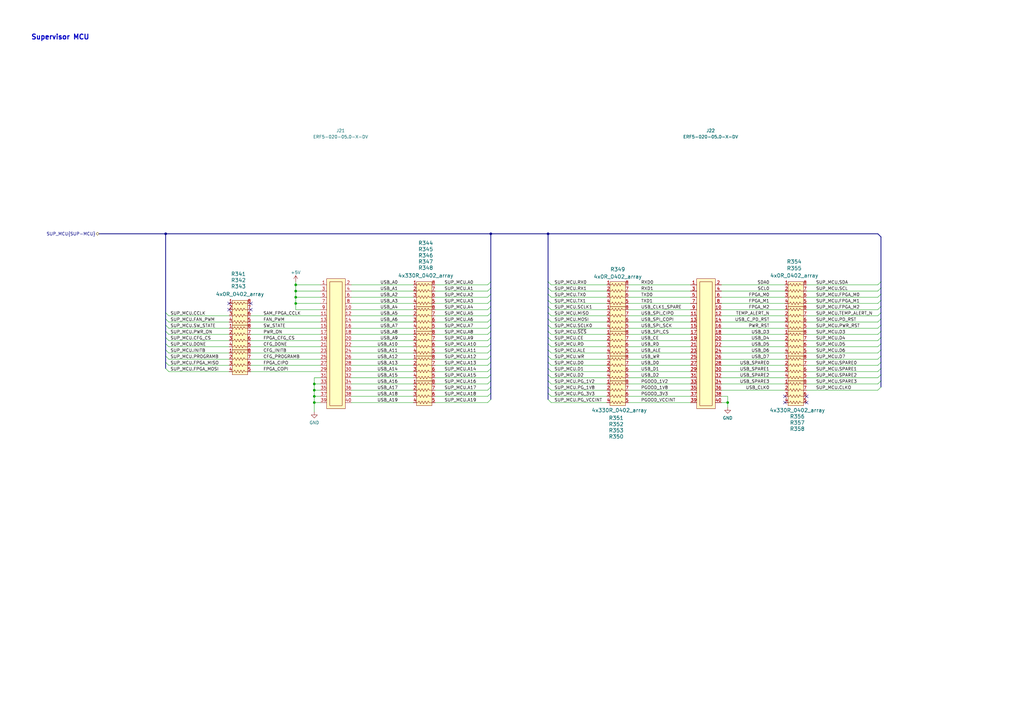
<source format=kicad_sch>
(kicad_sch (version 20211123) (generator eeschema)
  (paper "A3")
  (title_block (title "K410T devboard") (date "2023-01-04") (rev "0.0.99"))
  (lib_symbols
    (symbol "antmicroB2bConnectors:ERF5-020-05.0-X-DV" (pin_names (offset 1.016))
      (property "Reference" "J" (at -3.81 26.67 0))
      (property "Value" "ERF5-020-05.0-X-DV" (at -3.81 -29.21 0))
      (symbol "ERF5-020-05.0-X-DV_1_1"
        (rectangle (start -3.81 26.67) (end 3.81 -26.67) (fill (type background)))
        (rectangle (start -2.54 25.4) (end 2.54 -25.4))
        (pin bidirectional line (at -6.35 24.13 0) (length 2.54) (name "~") (number "1"))
        (pin bidirectional line (at 6.35 13.97 180) (length 2.54) (name "~") (number "10"))
        (pin bidirectional line (at -6.35 11.43 0) (length 2.54) (name "~") (number "11"))
        (pin bidirectional line (at 6.35 11.43 180) (length 2.54) (name "~") (number "12"))
        (pin bidirectional line (at -6.35 8.89 0) (length 2.54) (name "~") (number "13"))
        (pin bidirectional line (at 6.35 8.89 180) (length 2.54) (name "~") (number "14"))
        (pin bidirectional line (at -6.35 6.35 0) (length 2.54) (name "~") (number "15"))
        (pin bidirectional line (at 6.35 6.35 180) (length 2.54) (name "~") (number "16"))
        (pin bidirectional line (at -6.35 3.81 0) (length 2.54) (name "~") (number "17"))
        (pin bidirectional line (at 6.35 3.81 180) (length 2.54) (name "~") (number "18"))
        (pin bidirectional line (at -6.35 1.27 0) (length 2.54) (name "~") (number "19"))
        (pin bidirectional line (at 6.35 24.13 180) (length 2.54) (name "~") (number "2"))
        (pin bidirectional line (at 6.35 1.27 180) (length 2.54) (name "~") (number "20"))
        (pin bidirectional line (at -6.35 -1.27 0) (length 2.54) (name "~") (number "21"))
        (pin bidirectional line (at 6.35 -1.27 180) (length 2.54) (name "~") (number "22"))
        (pin bidirectional line (at -6.35 -3.81 0) (length 2.54) (name "~") (number "23"))
        (pin bidirectional line (at 6.35 -3.81 180) (length 2.54) (name "~") (number "24"))
        (pin bidirectional line (at -6.35 -6.35 0) (length 2.54) (name "~") (number "25"))
        (pin bidirectional line (at 6.35 -6.35 180) (length 2.54) (name "~") (number "26"))
        (pin bidirectional line (at -6.35 -8.89 0) (length 2.54) (name "~") (number "27"))
        (pin bidirectional line (at 6.35 -8.89 180) (length 2.54) (name "~") (number "28"))
        (pin bidirectional line (at -6.35 -11.43 0) (length 2.54) (name "~") (number "29"))
        (pin bidirectional line (at -6.35 21.59 0) (length 2.54) (name "~") (number "3"))
        (pin bidirectional line (at 6.35 -11.43 180) (length 2.54) (name "~") (number "30"))
        (pin bidirectional line (at -6.35 -13.97 0) (length 2.54) (name "~") (number "31"))
        (pin bidirectional line (at 6.35 -13.97 180) (length 2.54) (name "~") (number "32"))
        (pin bidirectional line (at -6.35 -16.51 0) (length 2.54) (name "~") (number "33"))
        (pin bidirectional line (at 6.35 -16.51 180) (length 2.54) (name "~") (number "34"))
        (pin bidirectional line (at -6.35 -19.05 0) (length 2.54) (name "~") (number "35"))
        (pin bidirectional line (at 6.35 -19.05 180) (length 2.54) (name "~") (number "36"))
        (pin bidirectional line (at -6.35 -21.59 0) (length 2.54) (name "~") (number "37"))
        (pin bidirectional line (at 6.35 -21.59 180) (length 2.54) (name "~") (number "38"))
        (pin bidirectional line (at -6.35 -24.13 0) (length 2.54) (name "~") (number "39"))
        (pin bidirectional line (at 6.35 21.59 180) (length 2.54) (name "~") (number "4"))
        (pin bidirectional line (at 6.35 -24.13 180) (length 2.54) (name "~") (number "40"))
        (pin bidirectional line (at -6.35 19.05 0) (length 2.54) (name "~") (number "5"))
        (pin bidirectional line (at 6.35 19.05 180) (length 2.54) (name "~") (number "6"))
        (pin bidirectional line (at -6.35 16.51 0) (length 2.54) (name "~") (number "7"))
        (pin bidirectional line (at 6.35 16.51 180) (length 2.54) (name "~") (number "8"))
        (pin bidirectional line (at -6.35 13.97 0) (length 2.54) (name "~") (number "9"))
      )
    )
    (symbol "antmicroResistorNetworksArrays:4x0R_0402_array" (pin_names (offset 1.016))
      (property "Reference" "R" (at -2.54 6.35 0))
      (property "Value" "4x0R_0402_array" (at 1.27 -7.62 0))
      (symbol "4x0R_0402_array_0_1"
        (polyline (pts (xy 3.81 5.08) (xy 3.81 -5.08) (xy -2.54 -5.08) (xy -2.54 5.08) (xy 3.81 5.08)) (fill (type background)))
        (polyline (pts (xy -2.54 1.27) (xy -1.905 1.27) (xy -1.524 1.905) (xy -0.889 0.762) (xy -0.254 1.905) (xy 0.381 0.762) (xy 1.016 1.905) (xy 1.651 0.762) (xy 2.286 1.905) (xy 2.667 1.27) (xy 3.683 1.27)))
      )
      (symbol "4x0R_0402_array_1_1"
        (polyline (pts (xy -2.54 -3.81) (xy -1.905 -3.81) (xy -1.524 -3.175) (xy -0.889 -4.318) (xy -0.254 -3.175) (xy 0.381 -4.318) (xy 1.016 -3.175) (xy 1.651 -4.318) (xy 2.286 -3.175) (xy 2.667 -3.81) (xy 3.683 -3.81)))
        (polyline (pts (xy -2.54 -1.27) (xy -1.905 -1.27) (xy -1.524 -0.635) (xy -0.889 -1.778) (xy -0.254 -0.635) (xy 0.381 -1.778) (xy 1.016 -0.635) (xy 1.651 -1.778) (xy 2.286 -0.635) (xy 2.667 -1.27) (xy 3.683 -1.27)))
        (polyline (pts (xy -2.54 3.81) (xy -1.905 3.81) (xy -1.524 4.445) (xy -0.889 3.302) (xy -0.254 4.445) (xy 0.381 3.302) (xy 1.016 4.445) (xy 1.651 3.302) (xy 2.286 4.445) (xy 2.667 3.81) (xy 3.683 3.81)))
        (pin passive line (at -3.81 3.81 0) (length 1.27) (name "~") (number "1"))
        (pin passive line (at -3.81 1.27 0) (length 1.27) (name "~") (number "2"))
        (pin passive line (at -3.81 -1.27 0) (length 1.27) (name "~") (number "3"))
        (pin passive line (at -3.81 -3.81 0) (length 1.27) (name "~") (number "4"))
        (pin passive line (at 5.08 -3.81 180) (length 1.27) (name "~") (number "5"))
        (pin passive line (at 5.08 -1.27 180) (length 1.27) (name "~") (number "6"))
        (pin passive line (at 5.08 1.27 180) (length 1.27) (name "~") (number "7"))
        (pin passive line (at 5.08 3.81 180) (length 1.27) (name "~") (number "8"))
      )
    )
    (symbol "antmicroResistorNetworksArrays:4x330R_0402_array" (pin_names (offset 1.016))
      (property "Reference" "R" (at -3.81 12.7 0))
      (property "Value" "4x330R_0402_array" (at 0 0 0))
      (symbol "4x330R_0402_array_0_1"
        (polyline (pts (xy 2.54 11.43) (xy 2.54 1.27) (xy -3.81 1.27) (xy -3.81 11.43) (xy 2.54 11.43)) (fill (type background)))
        (polyline (pts (xy -3.81 7.62) (xy -3.175 7.62) (xy -2.794 8.255) (xy -2.159 7.112) (xy -1.524 8.255) (xy -0.889 7.112) (xy -0.254 8.255) (xy 0.381 7.112) (xy 1.016 8.255) (xy 1.397 7.62) (xy 2.413 7.62)))
      )
      (symbol "4x330R_0402_array_1_1"
        (polyline (pts (xy -3.81 2.54) (xy -3.175 2.54) (xy -2.794 3.175) (xy -2.159 2.032) (xy -1.524 3.175) (xy -0.889 2.032) (xy -0.254 3.175) (xy 0.381 2.032) (xy 1.016 3.175) (xy 1.397 2.54) (xy 2.413 2.54)))
        (polyline (pts (xy -3.81 5.08) (xy -3.175 5.08) (xy -2.794 5.715) (xy -2.159 4.572) (xy -1.524 5.715) (xy -0.889 4.572) (xy -0.254 5.715) (xy 0.381 4.572) (xy 1.016 5.715) (xy 1.397 5.08) (xy 2.413 5.08)))
        (polyline (pts (xy -3.81 10.16) (xy -3.175 10.16) (xy -2.794 10.795) (xy -2.159 9.652) (xy -1.524 10.795) (xy -0.889 9.652) (xy -0.254 10.795) (xy 0.381 9.652) (xy 1.016 10.795) (xy 1.397 10.16) (xy 2.413 10.16)))
        (pin passive line (at -5.08 10.16 0) (length 1.27) (name "~") (number "1"))
        (pin passive line (at -5.08 7.62 0) (length 1.27) (name "~") (number "2"))
        (pin passive line (at -5.08 5.08 0) (length 1.27) (name "~") (number "3"))
        (pin passive line (at -5.08 2.54 0) (length 1.27) (name "~") (number "4"))
        (pin passive line (at 3.81 2.54 180) (length 1.27) (name "~") (number "5"))
        (pin passive line (at 3.81 5.08 180) (length 1.27) (name "~") (number "6"))
        (pin passive line (at 3.81 7.62 180) (length 1.27) (name "~") (number "7"))
        (pin passive line (at 3.81 10.16 180) (length 1.27) (name "~") (number "8"))
      )
    )
    (symbol "power:+5V" (power) (pin_names (offset 0))
      (property "Value" "+5V" (at 0 3.556 0))
      (symbol "+5V_0_1"
        (polyline (pts (xy -0.762 1.27) (xy 0 2.54)))
        (polyline (pts (xy 0 0) (xy 0 2.54)))
        (polyline (pts (xy 0 2.54) (xy 0.762 1.27)))
      )
      (symbol "+5V_1_1"
        (pin power_in line (at 0 0 90) (length 0) hide (name "+5V") (number "1"))
      )
    )
    (symbol "power:GND" (power) (pin_names (offset 0))
      (property "Value" "GND" (at 0 -3.81 0))
      (symbol "GND_0_1"
        (polyline (pts (xy 0 0) (xy 0 -1.27) (xy 1.27 -1.27) (xy 0 -2.54) (xy -1.27 -1.27) (xy 0 -1.27)))
      )
      (symbol "GND_1_1"
        (pin power_in line (at 0 0 270) (length 0) hide (name "GND") (number "1"))
      )
    )
  )
  (bus_alias "SUP-MCU" (members "D[0..7]" "A[0..19]" "FPGA_M[0..2]" "SPARE[0..3]" "TEMP_ALERT_N" "PD_RST" "PWR_RST" "SDA" "SCL" "RX[0..1]" "TX[0..1]" "SCLK0" "SCLK1" "~{SCS}" "MISO" "MOSI" "CE" "RD" "ALE" "WR" "PG_1V2" "PG_3V3" "PG_1V8" "PG_VCCINT" "CCLK" "FAN_PWM" "SW_STATE" "PWR_ON" "CFG_CS" "DONE" "INITB" "PROGRAMB" "CLKO" "FPGA_MISO" "FPGA_MOSI"))
  (junction (at 121.285 121.92))
  (junction (at 121.285 116.84))
  (junction (at 128.905 160.02))
  (junction (at 67.945 95.885))
  (junction (at 128.905 165.1))
  (junction (at 224.79 95.885))
  (junction (at 128.905 157.48))
  (junction (at 298.45 165.1))
  (junction (at 201.295 95.885))
  (junction (at 121.285 119.38))
  (junction (at 128.905 162.56))
  (junction (at 121.285 124.46))
  (no_connect (at 321.945 165.1))
  (no_connect (at 93.98 127))
  (no_connect (at 330.835 165.1))
  (no_connect (at 102.87 127))
  (no_connect (at 330.835 162.56))
  (no_connect (at 321.945 162.56))
  (no_connect (at 102.87 124.46))
  (no_connect (at 93.98 124.46))
  (bus_entry (at 361.315 151.13) (size -1.27 1.27))
  (bus_entry (at 201.295 130.81) (size -1.27 1.27))
  (bus_entry (at 201.295 115.57) (size -1.27 1.27))
  (bus_entry (at 67.945 135.89) (size 1.27 1.27))
  (bus_entry (at 67.945 148.59) (size 1.27 1.27))
  (bus_entry (at 201.295 140.97) (size -1.27 1.27))
  (bus_entry (at 361.315 133.35) (size -1.27 1.27))
  (bus_entry (at 361.315 120.65) (size -1.27 1.27))
  (bus_entry (at 201.295 158.75) (size -1.27 1.27))
  (bus_entry (at 361.315 158.75) (size -1.27 1.27))
  (bus_entry (at 224.79 158.75) (size 1.27 1.27))
  (bus_entry (at 201.295 151.13) (size -1.27 1.27))
  (bus_entry (at 361.315 148.59) (size -1.27 1.27))
  (bus_entry (at 224.79 146.05) (size 1.27 1.27))
  (bus_entry (at 201.295 120.65) (size -1.27 1.27))
  (bus_entry (at 201.295 138.43) (size -1.27 1.27))
  (bus_entry (at 361.315 156.21) (size -1.27 1.27))
  (bus_entry (at 361.315 135.89) (size -1.27 1.27))
  (bus_entry (at 224.79 130.81) (size 1.27 1.27))
  (bus_entry (at 224.79 120.65) (size 1.27 1.27))
  (bus_entry (at 67.945 128.27) (size 1.27 1.27))
  (bus_entry (at 201.295 156.21) (size -1.27 1.27))
  (bus_entry (at 224.79 125.73) (size 1.27 1.27))
  (bus_entry (at 67.945 140.97) (size 1.27 1.27))
  (bus_entry (at 224.79 115.57) (size 1.27 1.27))
  (bus_entry (at 224.79 133.35) (size 1.27 1.27))
  (bus_entry (at 67.945 151.13) (size 1.27 1.27))
  (bus_entry (at 361.315 138.43) (size -1.27 1.27))
  (bus_entry (at 201.295 146.05) (size -1.27 1.27))
  (bus_entry (at 224.79 163.83) (size 1.27 1.27))
  (bus_entry (at 201.295 143.51) (size -1.27 1.27))
  (bus_entry (at 224.79 151.13) (size 1.27 1.27))
  (bus_entry (at 361.315 123.19) (size -1.27 1.27))
  (bus_entry (at 224.79 143.51) (size 1.27 1.27))
  (bus_entry (at 224.79 138.43) (size 1.27 1.27))
  (bus_entry (at 67.945 133.35) (size 1.27 1.27))
  (bus_entry (at 224.79 156.21) (size 1.27 1.27))
  (bus_entry (at 201.295 135.89) (size -1.27 1.27))
  (bus_entry (at 361.315 115.57) (size -1.27 1.27))
  (bus_entry (at 201.295 153.67) (size -1.27 1.27))
  (bus_entry (at 201.295 148.59) (size -1.27 1.27))
  (bus_entry (at 361.315 153.67) (size -1.27 1.27))
  (bus_entry (at 361.315 130.81) (size -1.27 1.27))
  (bus_entry (at 67.945 138.43) (size 1.27 1.27))
  (bus_entry (at 224.79 128.27) (size 1.27 1.27))
  (bus_entry (at 201.295 163.83) (size -1.27 1.27))
  (bus_entry (at 361.315 143.51) (size -1.27 1.27))
  (bus_entry (at 224.79 161.29) (size 1.27 1.27))
  (bus_entry (at 361.315 118.11) (size -1.27 1.27))
  (bus_entry (at 361.315 125.73) (size -1.27 1.27))
  (bus_entry (at 201.295 125.73) (size -1.27 1.27))
  (bus_entry (at 67.945 130.81) (size 1.27 1.27))
  (bus_entry (at 224.79 123.19) (size 1.27 1.27))
  (bus_entry (at 361.315 146.05) (size -1.27 1.27))
  (bus_entry (at 224.79 140.97) (size 1.27 1.27))
  (bus_entry (at 67.945 146.05) (size 1.27 1.27))
  (bus_entry (at 361.315 140.97) (size -1.27 1.27))
  (bus_entry (at 224.79 148.59) (size 1.27 1.27))
  (bus_entry (at 224.79 135.89) (size 1.27 1.27))
  (bus_entry (at 361.315 128.27) (size -1.27 1.27))
  (bus_entry (at 201.295 123.19) (size -1.27 1.27))
  (bus_entry (at 67.945 143.51) (size 1.27 1.27))
  (bus_entry (at 201.295 118.11) (size -1.27 1.27))
  (bus_entry (at 201.295 161.29) (size -1.27 1.27))
  (bus_entry (at 201.295 128.27) (size -1.27 1.27))
  (bus_entry (at 224.79 153.67) (size 1.27 1.27))
  (bus_entry (at 224.79 118.11) (size 1.27 1.27))
  (bus_entry (at 201.295 133.35) (size -1.27 1.27))
  (bus (pts (xy 67.945 95.885) (xy 201.295 95.885)))
  (wire (pts (xy 102.87 142.24) (xy 131.445 142.24)))
  (wire (pts (xy 200.025 142.24) (xy 178.435 142.24)))
  (bus (pts (xy 361.315 138.43) (xy 361.315 135.89)))
  (wire (pts (xy 69.215 129.54) (xy 93.98 129.54)))
  (wire (pts (xy 226.06 121.92) (xy 248.92 121.92)))
  (wire (pts (xy 128.905 165.1) (xy 131.445 165.1)))
  (wire (pts (xy 69.215 149.86) (xy 93.98 149.86)))
  (wire (pts (xy 144.145 121.92) (xy 169.545 121.92)))
  (bus (pts (xy 361.315 97.155) (xy 361.315 115.57)))
  (wire (pts (xy 257.81 137.16) (xy 283.21 137.16)))
  (bus (pts (xy 361.315 120.65) (xy 361.315 118.11)))
  (wire (pts (xy 226.06 127) (xy 248.92 127)))
  (bus (pts (xy 361.315 118.11) (xy 361.315 115.57)))
  (bus (pts (xy 67.945 95.885) (xy 67.945 128.27)))
  (wire (pts (xy 298.45 165.1) (xy 298.45 162.56)))
  (bus (pts (xy 67.945 146.05) (xy 67.945 148.59)))
  (bus (pts (xy 67.945 128.27) (xy 67.945 130.81)))
  (bus (pts (xy 224.79 138.43) (xy 224.79 140.97)))
  (wire (pts (xy 298.45 167.005) (xy 298.45 165.1)))
  (wire (pts (xy 121.285 124.46) (xy 121.285 121.92)))
  (wire (pts (xy 144.145 132.08) (xy 169.545 132.08)))
  (wire (pts (xy 360.045 124.46) (xy 330.835 124.46)))
  (wire (pts (xy 144.145 160.02) (xy 169.545 160.02)))
  (bus (pts (xy 201.295 143.51) (xy 201.295 146.05)))
  (wire (pts (xy 128.905 160.02) (xy 131.445 160.02)))
  (wire (pts (xy 144.145 134.62) (xy 169.545 134.62)))
  (wire (pts (xy 226.06 116.84) (xy 248.92 116.84)))
  (wire (pts (xy 200.025 144.78) (xy 178.435 144.78)))
  (bus (pts (xy 201.295 148.59) (xy 201.295 151.13)))
  (wire (pts (xy 102.87 149.86) (xy 131.445 149.86)))
  (bus (pts (xy 224.79 146.05) (xy 224.79 148.59)))
  (wire (pts (xy 121.285 119.38) (xy 121.285 116.84)))
  (wire (pts (xy 257.81 116.84) (xy 283.21 116.84)))
  (wire (pts (xy 102.87 132.08) (xy 131.445 132.08)))
  (wire (pts (xy 144.145 119.38) (xy 169.545 119.38)))
  (wire (pts (xy 295.91 124.46) (xy 321.945 124.46)))
  (bus (pts (xy 361.315 123.19) (xy 361.315 125.73)))
  (wire (pts (xy 226.06 157.48) (xy 248.92 157.48)))
  (wire (pts (xy 257.81 144.78) (xy 283.21 144.78)))
  (wire (pts (xy 102.87 139.7) (xy 131.445 139.7)))
  (bus (pts (xy 224.79 158.75) (xy 224.79 161.29)))
  (bus (pts (xy 361.315 153.67) (xy 361.315 151.13)))
  (bus (pts (xy 224.79 95.885) (xy 224.79 115.57)))
  (wire (pts (xy 295.91 129.54) (xy 321.945 129.54)))
  (wire (pts (xy 128.905 160.02) (xy 128.905 162.56)))
  (wire (pts (xy 144.145 149.86) (xy 169.545 149.86)))
  (wire (pts (xy 144.145 142.24) (xy 169.545 142.24)))
  (bus (pts (xy 201.295 138.43) (xy 201.295 140.97)))
  (bus (pts (xy 224.79 95.885) (xy 360.045 95.885)))
  (bus (pts (xy 224.79 140.97) (xy 224.79 143.51)))
  (wire (pts (xy 226.06 134.62) (xy 248.92 134.62)))
  (wire (pts (xy 295.91 154.94) (xy 321.945 154.94)))
  (wire (pts (xy 128.905 157.48) (xy 131.445 157.48)))
  (wire (pts (xy 360.045 119.38) (xy 330.835 119.38)))
  (wire (pts (xy 226.06 160.02) (xy 248.92 160.02)))
  (bus (pts (xy 67.945 133.35) (xy 67.945 135.89)))
  (bus (pts (xy 224.79 135.89) (xy 224.79 138.43)))
  (wire (pts (xy 257.81 149.86) (xy 283.21 149.86)))
  (wire (pts (xy 102.87 129.54) (xy 131.445 129.54)))
  (wire (pts (xy 360.045 142.24) (xy 330.835 142.24)))
  (wire (pts (xy 128.905 165.1) (xy 128.905 168.91)))
  (wire (pts (xy 257.81 139.7) (xy 283.21 139.7)))
  (bus (pts (xy 224.79 128.27) (xy 224.79 130.81)))
  (wire (pts (xy 128.905 154.94) (xy 128.905 157.48)))
  (bus (pts (xy 201.295 140.97) (xy 201.295 143.51)))
  (wire (pts (xy 200.025 127) (xy 178.435 127)))
  (bus (pts (xy 67.945 135.89) (xy 67.945 138.43)))
  (wire (pts (xy 200.025 152.4) (xy 178.435 152.4)))
  (bus (pts (xy 224.79 161.29) (xy 224.79 163.83)))
  (wire (pts (xy 295.91 119.38) (xy 321.945 119.38)))
  (wire (pts (xy 226.06 149.86) (xy 248.92 149.86)))
  (wire (pts (xy 226.06 142.24) (xy 248.92 142.24)))
  (wire (pts (xy 257.81 142.24) (xy 283.21 142.24)))
  (wire (pts (xy 144.145 165.1) (xy 169.545 165.1)))
  (bus (pts (xy 201.295 151.13) (xy 201.295 153.67)))
  (bus (pts (xy 361.315 156.21) (xy 361.315 153.67)))
  (wire (pts (xy 121.285 116.84) (xy 131.445 116.84)))
  (wire (pts (xy 295.91 144.78) (xy 321.945 144.78)))
  (wire (pts (xy 69.215 142.24) (xy 93.98 142.24)))
  (wire (pts (xy 295.91 139.7) (xy 321.945 139.7)))
  (wire (pts (xy 144.145 154.94) (xy 169.545 154.94)))
  (wire (pts (xy 360.045 116.84) (xy 330.835 116.84)))
  (wire (pts (xy 295.91 165.1) (xy 298.45 165.1)))
  (bus (pts (xy 67.945 143.51) (xy 67.945 146.05)))
  (wire (pts (xy 226.06 137.16) (xy 248.92 137.16)))
  (bus (pts (xy 361.315 135.89) (xy 361.315 133.35)))
  (bus (pts (xy 224.79 125.73) (xy 224.79 128.27)))
  (wire (pts (xy 226.06 162.56) (xy 248.92 162.56)))
  (wire (pts (xy 200.025 162.56) (xy 178.435 162.56)))
  (wire (pts (xy 144.145 129.54) (xy 169.545 129.54)))
  (bus (pts (xy 361.315 130.81) (xy 361.315 133.35)))
  (wire (pts (xy 360.045 160.02) (xy 330.835 160.02)))
  (wire (pts (xy 128.905 162.56) (xy 131.445 162.56)))
  (wire (pts (xy 295.91 147.32) (xy 321.945 147.32)))
  (bus (pts (xy 224.79 120.65) (xy 224.79 123.19)))
  (bus (pts (xy 361.315 146.05) (xy 361.315 143.51)))
  (wire (pts (xy 257.81 152.4) (xy 283.21 152.4)))
  (wire (pts (xy 257.81 162.56) (xy 283.21 162.56)))
  (bus (pts (xy 224.79 123.19) (xy 224.79 125.73)))
  (wire (pts (xy 200.025 132.08) (xy 178.435 132.08)))
  (wire (pts (xy 360.045 139.7) (xy 330.835 139.7)))
  (bus (pts (xy 224.79 133.35) (xy 224.79 135.89)))
  (bus (pts (xy 361.315 130.81) (xy 361.315 128.27)))
  (wire (pts (xy 295.91 152.4) (xy 321.945 152.4)))
  (wire (pts (xy 226.06 139.7) (xy 248.92 139.7)))
  (wire (pts (xy 257.81 160.02) (xy 283.21 160.02)))
  (bus (pts (xy 224.79 156.21) (xy 224.79 158.75)))
  (wire (pts (xy 226.06 152.4) (xy 248.92 152.4)))
  (bus (pts (xy 201.295 118.11) (xy 201.295 120.65)))
  (wire (pts (xy 69.215 147.32) (xy 93.98 147.32)))
  (wire (pts (xy 226.06 119.38) (xy 248.92 119.38)))
  (wire (pts (xy 102.87 134.62) (xy 131.445 134.62)))
  (bus (pts (xy 201.295 133.35) (xy 201.295 135.89)))
  (wire (pts (xy 200.025 154.94) (xy 178.435 154.94)))
  (wire (pts (xy 144.145 162.56) (xy 169.545 162.56)))
  (wire (pts (xy 330.835 149.86) (xy 360.045 149.86)))
  (wire (pts (xy 257.81 132.08) (xy 283.21 132.08)))
  (wire (pts (xy 144.145 127) (xy 169.545 127)))
  (bus (pts (xy 361.315 123.19) (xy 361.315 120.65)))
  (bus (pts (xy 224.79 118.11) (xy 224.79 120.65)))
  (bus (pts (xy 67.945 138.43) (xy 67.945 140.97)))
  (bus (pts (xy 361.315 148.59) (xy 361.315 146.05)))
  (wire (pts (xy 200.025 121.92) (xy 178.435 121.92)))
  (wire (pts (xy 144.145 157.48) (xy 169.545 157.48)))
  (bus (pts (xy 361.315 125.73) (xy 361.315 128.27)))
  (bus (pts (xy 361.315 151.13) (xy 361.315 148.59)))
  (wire (pts (xy 69.215 132.08) (xy 93.98 132.08)))
  (bus (pts (xy 201.295 95.885) (xy 201.295 115.57)))
  (wire (pts (xy 144.145 152.4) (xy 169.545 152.4)))
  (wire (pts (xy 121.285 119.38) (xy 131.445 119.38)))
  (wire (pts (xy 121.285 127) (xy 121.285 124.46)))
  (bus (pts (xy 201.295 120.65) (xy 201.295 123.19)))
  (bus (pts (xy 224.79 148.59) (xy 224.79 151.13)))
  (wire (pts (xy 69.215 144.78) (xy 93.98 144.78)))
  (wire (pts (xy 131.445 127) (xy 121.285 127)))
  (bus (pts (xy 361.315 97.155) (xy 360.045 95.885)))
  (wire (pts (xy 360.045 147.32) (xy 330.835 147.32)))
  (bus (pts (xy 201.295 153.67) (xy 201.295 156.21)))
  (wire (pts (xy 360.045 144.78) (xy 330.835 144.78)))
  (wire (pts (xy 69.215 139.7) (xy 93.98 139.7)))
  (wire (pts (xy 200.025 160.02) (xy 178.435 160.02)))
  (wire (pts (xy 295.91 127) (xy 321.945 127)))
  (wire (pts (xy 360.045 134.62) (xy 330.835 134.62)))
  (wire (pts (xy 102.87 137.16) (xy 131.445 137.16)))
  (wire (pts (xy 200.025 149.86) (xy 178.435 149.86)))
  (bus (pts (xy 224.79 143.51) (xy 224.79 146.05)))
  (bus (pts (xy 201.295 95.885) (xy 224.79 95.885)))
  (wire (pts (xy 360.045 137.16) (xy 330.835 137.16)))
  (bus (pts (xy 201.295 156.21) (xy 201.295 158.75)))
  (wire (pts (xy 298.45 162.56) (xy 295.91 162.56)))
  (wire (pts (xy 360.045 121.92) (xy 330.835 121.92)))
  (wire (pts (xy 226.06 147.32) (xy 248.92 147.32)))
  (wire (pts (xy 257.81 134.62) (xy 283.21 134.62)))
  (wire (pts (xy 144.145 147.32) (xy 169.545 147.32)))
  (wire (pts (xy 200.025 137.16) (xy 178.435 137.16)))
  (wire (pts (xy 360.045 132.08) (xy 330.835 132.08)))
  (bus (pts (xy 67.945 140.97) (xy 67.945 143.51)))
  (wire (pts (xy 102.87 144.78) (xy 131.445 144.78)))
  (wire (pts (xy 200.025 139.7) (xy 178.435 139.7)))
  (bus (pts (xy 67.945 130.81) (xy 67.945 133.35)))
  (wire (pts (xy 200.025 129.54) (xy 178.435 129.54)))
  (wire (pts (xy 295.91 149.86) (xy 321.945 149.86)))
  (wire (pts (xy 295.91 157.48) (xy 321.945 157.48)))
  (wire (pts (xy 360.045 127) (xy 330.835 127)))
  (bus (pts (xy 201.295 125.73) (xy 201.295 128.27)))
  (wire (pts (xy 295.91 132.08) (xy 321.945 132.08)))
  (wire (pts (xy 257.81 165.1) (xy 283.21 165.1)))
  (bus (pts (xy 201.295 130.81) (xy 201.295 133.35)))
  (bus (pts (xy 224.79 151.13) (xy 224.79 153.67)))
  (wire (pts (xy 144.145 116.84) (xy 169.545 116.84)))
  (wire (pts (xy 131.445 124.46) (xy 121.285 124.46)))
  (wire (pts (xy 257.81 129.54) (xy 283.21 129.54)))
  (bus (pts (xy 201.295 128.27) (xy 201.295 130.81)))
  (wire (pts (xy 226.06 144.78) (xy 248.92 144.78)))
  (bus (pts (xy 224.79 115.57) (xy 224.79 118.11)))
  (wire (pts (xy 128.905 154.94) (xy 131.445 154.94)))
  (wire (pts (xy 200.025 147.32) (xy 178.435 147.32)))
  (wire (pts (xy 295.91 134.62) (xy 321.945 134.62)))
  (bus (pts (xy 201.295 146.05) (xy 201.295 148.59)))
  (wire (pts (xy 144.145 139.7) (xy 169.545 139.7)))
  (wire (pts (xy 226.06 124.46) (xy 248.92 124.46)))
  (bus (pts (xy 201.295 115.57) (xy 201.295 118.11)))
  (bus (pts (xy 40.64 95.885) (xy 67.945 95.885)))
  (wire (pts (xy 295.91 116.84) (xy 321.945 116.84)))
  (wire (pts (xy 102.87 147.32) (xy 131.445 147.32)))
  (wire (pts (xy 121.285 116.84) (xy 121.285 115.57)))
  (wire (pts (xy 360.045 157.48) (xy 330.835 157.48)))
  (wire (pts (xy 257.81 121.92) (xy 283.21 121.92)))
  (wire (pts (xy 200.025 116.84) (xy 178.435 116.84)))
  (wire (pts (xy 200.025 119.38) (xy 178.435 119.38)))
  (bus (pts (xy 361.315 140.97) (xy 361.315 138.43)))
  (bus (pts (xy 224.79 130.81) (xy 224.79 133.35)))
  (wire (pts (xy 360.045 152.4) (xy 330.835 152.4)))
  (wire (pts (xy 226.06 132.08) (xy 248.92 132.08)))
  (wire (pts (xy 226.06 165.1) (xy 248.92 165.1)))
  (wire (pts (xy 121.285 121.92) (xy 121.285 119.38)))
  (wire (pts (xy 200.025 134.62) (xy 178.435 134.62)))
  (bus (pts (xy 201.295 161.29) (xy 201.295 163.83)))
  (wire (pts (xy 69.215 152.4) (xy 93.98 152.4)))
  (wire (pts (xy 257.81 119.38) (xy 283.21 119.38)))
  (wire (pts (xy 360.045 154.94) (xy 330.835 154.94)))
  (wire (pts (xy 144.145 144.78) (xy 169.545 144.78)))
  (wire (pts (xy 69.215 137.16) (xy 93.98 137.16)))
  (wire (pts (xy 295.91 137.16) (xy 321.945 137.16)))
  (wire (pts (xy 200.025 157.48) (xy 178.435 157.48)))
  (bus (pts (xy 224.79 153.67) (xy 224.79 156.21)))
  (wire (pts (xy 128.905 162.56) (xy 128.905 165.1)))
  (bus (pts (xy 201.295 135.89) (xy 201.295 138.43)))
  (wire (pts (xy 295.91 160.02) (xy 321.945 160.02)))
  (wire (pts (xy 226.06 129.54) (xy 248.92 129.54)))
  (wire (pts (xy 69.215 134.62) (xy 93.98 134.62)))
  (wire (pts (xy 144.145 124.46) (xy 169.545 124.46)))
  (wire (pts (xy 144.145 137.16) (xy 169.545 137.16)))
  (bus (pts (xy 201.295 123.19) (xy 201.295 125.73)))
  (bus (pts (xy 201.295 158.75) (xy 201.295 161.29)))
  (wire (pts (xy 200.025 165.1) (xy 178.435 165.1)))
  (wire (pts (xy 257.81 154.94) (xy 283.21 154.94)))
  (wire (pts (xy 226.06 154.94) (xy 248.92 154.94)))
  (bus (pts (xy 361.315 143.51) (xy 361.315 140.97)))
  (wire (pts (xy 295.91 121.92) (xy 321.945 121.92)))
  (wire (pts (xy 257.81 157.48) (xy 283.21 157.48)))
  (wire (pts (xy 257.81 127) (xy 283.21 127)))
  (wire (pts (xy 200.025 124.46) (xy 178.435 124.46)))
  (wire (pts (xy 360.045 129.54) (xy 330.835 129.54)))
  (bus (pts (xy 361.315 158.75) (xy 361.315 156.21)))
  (wire (pts (xy 295.91 142.24) (xy 321.945 142.24)))
  (wire (pts (xy 102.87 152.4) (xy 131.445 152.4)))
  (wire (pts (xy 257.81 147.32) (xy 283.21 147.32)))
  (wire (pts (xy 257.81 124.46) (xy 283.21 124.46)))
  (wire (pts (xy 128.905 157.48) (xy 128.905 160.02)))
  (bus (pts (xy 67.945 148.59) (xy 67.945 151.13)))
  (wire (pts (xy 121.285 121.92) (xy 131.445 121.92)))
  (text "Supervisor MCU" (at 12.7 16.51 0) (effects (font (size 2 2) (thickness 0.4) bold) (justify left bottom)))
  (label "SUP_MCU.INITB" (at 69.85 144.78 0))
  (label "SUP_MCU.SCLK1" (at 227.33 127 0))
  (label "SUP_MCU.PG_3V3" (at 227.33 162.56 0))
  (label "SUP_MCU.PG_1V2" (at 227.33 157.48 0))
  (label "USB_D7" (at 315.595 147.32 180))
  (label "USB_SPARE1" (at 315.595 152.4 180))
  (label "RXD1" (at 262.89 119.38 0))
  (label "SUP_MCU.A0" (at 182.245 116.84 0))
  (label "PGOOD_1V8" (at 262.89 160.02 0))
  (label "SUP_MCU.A6" (at 182.245 132.08 0))
  (label "USB_WR" (at 262.89 147.32 0))
  (label "USB_D4" (at 315.595 139.7 180))
  (label "SUP_MCU.A16" (at 182.245 157.48 0))
  (label "USB_A11" (at 163.195 144.78 180))
  (label "SUP_MCU.FPGA_M1" (at 334.645 124.46 0))
  (label "SUP_MCU.A1" (at 182.245 119.38 0))
  (label "SUP_MCU.~{SCS}" (at 227.33 137.16 0))
  (label "SUP_MCU.A11" (at 182.245 144.78 0))
  (label "USB_D2" (at 262.89 154.94 0))
  (label "USB_A6" (at 163.195 132.08 180))
  (label "USB_A19" (at 163.195 165.1 180))
  (label "SUP_MCU.SPARE0" (at 334.645 149.86 0))
  (label "USB_CLK1_SPARE" (at 262.89 127 0))
  (label "SDA0" (at 315.595 116.84 180))
  (label "SUP_MCU.FPGA_MOSI" (at 69.85 152.4 0))
  (label "TXD1" (at 262.89 124.46 0))
  (label "USB_A4" (at 163.195 127 180))
  (label "SUP_MCU.A5" (at 182.245 129.54 0))
  (label "SUP_MCU.A14" (at 182.245 152.4 0))
  (label "USB_SPARE3" (at 315.595 157.48 180))
  (label "USB_D6" (at 315.595 144.78 180))
  (label "USB_D5" (at 315.595 142.24 180))
  (label "SUP_MCU.D6" (at 334.645 144.78 0))
  (label "USB_A18" (at 163.195 162.56 180))
  (label "SUP_MCU.CE" (at 227.33 139.7 0))
  (label "SUP_MCU.SPARE3" (at 334.645 157.48 0))
  (label "PWR_RST" (at 315.595 134.62 180))
  (label "USB_SPARE2" (at 315.595 154.94 180))
  (label "USB_SPI_CIPO" (at 262.89 129.54 0))
  (label "USB_RD" (at 262.89 142.24 0))
  (label "USB_SPARE0" (at 315.595 149.86 180))
  (label "USB_A2" (at 163.195 121.92 180))
  (label "SUP_MCU.PROGRAMB" (at 69.85 147.32 0))
  (label "USB_D3" (at 315.595 137.16 180))
  (label "SUP_MCU.D7" (at 334.645 147.32 0))
  (label "PGOOD_1V2" (at 262.89 157.48 0))
  (label "SUP_MCU.RX0" (at 227.33 116.84 0))
  (label "USB_A12" (at 163.195 147.32 180))
  (label "SUP_MCU.CCLK" (at 69.85 129.54 0))
  (label "FPGA_M2" (at 315.595 127 180))
  (label "USB_SPI_COPI" (at 262.89 132.08 0))
  (label "SUP_MCU.SDA" (at 334.645 116.84 0))
  (label "SUP_MCU.A4" (at 182.245 127 0))
  (label "PGOOD_3V3" (at 262.89 162.56 0))
  (label "CFG_PROGRAMB" (at 107.95 147.32 0))
  (label "SUP_MCU.FPGA_M0" (at 334.645 121.92 0))
  (label "SUP_MCU.FPGA_MISO" (at 69.85 149.86 0))
  (label "USB_A15" (at 163.195 154.94 180))
  (label "SUP_MCU.A7" (at 182.245 134.62 0))
  (label "SUP_MCU.D2" (at 227.33 154.94 0))
  (label "SUP_MCU.PD_RST" (at 334.645 132.08 0))
  (label "SUP_MCU.A3" (at 182.245 124.46 0))
  (label "SUP_MCU.SCL" (at 334.645 119.38 0))
  (label "SUP_MCU.CLKO" (at 334.645 160.02 0))
  (label "USB_A16" (at 163.195 157.48 180))
  (label "FAN_PWM" (at 107.95 132.08 0))
  (label "SUP_MCU.A2" (at 182.245 121.92 0))
  (label "SUP_MCU.A13" (at 182.245 149.86 0))
  (label "SUP_MCU.D4" (at 334.645 139.7 0))
  (label "SUP_MCU.PWR_RST" (at 334.645 134.62 0))
  (label "USB_ALE" (at 262.89 144.78 0))
  (label "SUP_MCU.MISO" (at 227.33 129.54 0))
  (label "SUP_MCU.A17" (at 182.245 160.02 0))
  (label "SUP_MCU.D1" (at 227.33 152.4 0))
  (label "FPGA_CFG_CS" (at 107.95 139.7 0))
  (label "RXD0" (at 262.89 116.84 0))
  (label "SCL0" (at 315.595 119.38 180))
  (label "SUP_MCU.A15" (at 182.245 154.94 0))
  (label "FPGA_M0" (at 315.595 121.92 180))
  (label "SUP_MCU.A18" (at 182.245 162.56 0))
  (label "SUP_MCU.WR" (at 227.33 147.32 0))
  (label "FPGA_COPI" (at 107.95 152.4 0))
  (label "CFG_DONE" (at 107.95 142.24 0))
  (label "SUP_MCU.SCLK0" (at 227.33 134.62 0))
  (label "FPGA_M1" (at 315.595 124.46 180))
  (label "USB_CLK0" (at 315.595 160.02 180))
  (label "PGOOD_VCCINT" (at 262.89 165.1 0))
  (label "USB_A17" (at 163.195 160.02 180))
  (label "TEMP_ALERT_N" (at 315.595 129.54 180))
  (label "USB_A3" (at 163.195 124.46 180))
  (label "SUP_MCU.TX1" (at 227.33 124.46 0))
  (label "USB_D1" (at 262.89 152.4 0))
  (label "SUP_MCU.D0" (at 227.33 149.86 0))
  (label "USB_A14" (at 163.195 152.4 180))
  (label "USB_D0" (at 262.89 149.86 0))
  (label "USB_A13" (at 163.195 149.86 180))
  (label "SW_STATE" (at 107.95 134.62 0))
  (label "SUP_MCU.A12" (at 182.245 147.32 0))
  (label "SUP_MCU.A8" (at 182.245 137.16 0))
  (label "USB_A5" (at 163.195 129.54 180))
  (label "SUP_MCU.FAN_PWM" (at 69.85 132.08 0))
  (label "SUP_MCU.D5" (at 334.645 142.24 0))
  (label "SUP_MCU.PWR_ON" (at 69.85 137.16 0))
  (label "USB_C_PD_RST" (at 315.595 132.08 180))
  (label "TXD0" (at 262.89 121.92 0))
  (label "SUP_MCU.TX0" (at 227.33 121.92 0))
  (label "USB_SPI_SCK" (at 262.89 134.62 0))
  (label "USB_A8" (at 163.195 137.16 180))
  (label "SUP_MCU.RD" (at 227.33 142.24 0))
  (label "SUP_MCU.PG_1V8" (at 227.33 160.02 0))
  (label "USB_A0" (at 163.195 116.84 180))
  (label "SUP_MCU.TEMP_ALERT_N" (at 334.645 129.54 0))
  (label "USB_A1" (at 163.195 119.38 180))
  (label "SUP_MCU.CFG_CS" (at 69.85 139.7 0))
  (label "SUP_MCU.ALE" (at 227.33 144.78 0))
  (label "SAM_FPGA_CCLK" (at 107.95 129.54 0))
  (label "FPGA_CIPO" (at 107.95 149.86 0))
  (label "SUP_MCU.RX1" (at 227.33 119.38 0))
  (label "SUP_MCU.SW_STATE" (at 69.85 134.62 0))
  (label "SUP_MCU.FPGA_M2" (at 334.645 127 0))
  (label "SUP_MCU.A19" (at 182.245 165.1 0))
  (label "USB_CE" (at 262.89 139.7 0))
  (label "SUP_MCU.A9" (at 182.245 139.7 0))
  (label "SUP_MCU.D3" (at 334.645 137.16 0))
  (label "USB_A9" (at 163.195 139.7 180))
  (label "SUP_MCU.SPARE2" (at 334.645 154.94 0))
  (label "SUP_MCU.PG_VCCINT" (at 227.33 165.1 0))
  (label "SUP_MCU.MOSI" (at 227.33 132.08 0))
  (label "USB_A10" (at 163.195 142.24 180))
  (label "CFG_INITB" (at 107.95 144.78 0))
  (label "SUP_MCU.DONE" (at 69.85 142.24 0))
  (label "USB_A7" (at 163.195 134.62 180))
  (label "PWR_ON" (at 107.95 137.16 0))
  (label "USB_SPI_CS" (at 262.89 137.16 0))
  (label "SUP_MCU.A10" (at 182.245 142.24 0))
  (label "SUP_MCU.SPARE1" (at 334.645 152.4 0))
  (hierarchical_label "SUP_MCU{SUP-MCU}" (shape bidirectional) (at 40.64 95.885 180))
  (symbol (lib_id "antmicroResistorNetworksArrays:4x330R_0402_array") (at 174.625 157.48 0) (unit 1)
    (property "Reference" "R347" (at 174.625 107.315 0) (effects (font (size 1.524 1.524))))
    (property "Value" "4x330R_0402_array" (effects hide))
    (property "Footprint" "antmicro-footprints:R_Array_4x0402" (effects hide))
    (property "Datasheet" "http://industrial.panasonic.com/cdbs/www-data/pdf/AOC0000/AOC0000C14.pdf" (effects hide))
    (property "MPN" "EXB-28V331JX" (effects hide))
    (property "Manufacturer" "Panasonic" (effects hide))
  )
  (symbol (lib_id "antmicroB2bConnectors:ERF5-020-05.0-X-DV") (at 137.795 140.97 0) (unit 1)
    (property "Reference" "J21" (at 139.7 53.5772 0))
    (property "Value" "ERF5-020-05.0-X-DV" (at 139.7 56.1141 0))
    (property "Footprint" "antmicro-footprints:ERF5-020-05.0-X-DV" (effects hide))
    (property "Datasheet" "https://suddendocs.samtec.com/productspecs/erm5-erf5.pdf?_gl=1*1g914su*_ga*MTE0MzExNjY4MC4xNjcyMTQ5NTUz*_ga_3KFNZC07WW*MTY3Mjg0NzY5Ny42LjEuMTY3Mjg0ODE3MS42MC4wLjA." (effects hide))
    (property "Manufacturer" "Samtec" (effects hide))
    (property "MPN" "ERF5-020-05.0-X-DV" (effects hide))
  )
  (symbol (lib_id "antmicroResistorNetworksArrays:4x0R_0402_array") (at 252.73 120.65 0) (unit 1)
    (property "Reference" "R349" (at 253.365 110.49 0) (effects (font (size 1.524 1.524))))
    (property "Value" "4x0R_0402_array" (at 253.365 113.4834 0) (effects (font (size 1.524 1.524))))
    (property "Footprint" "antmicro-footprints:EXB28V" (effects hide))
    (property "Datasheet" "https://industrial.panasonic.com/cdbs/www-data/pdf/AOC0000/AOC0000C14.pdf" (effects hide))
    (property "MPN" "EXB28VR000X" (effects hide))
    (property "Manufacturer" "Panasonic" (effects hide))
  )
  (symbol (lib_id "antmicroResistorNetworksArrays:4x0R_0402_array") (at 325.755 120.65 0) (unit 1)
    (property "Reference" "R354" (at 325.755 107.315 0) (effects (font (size 1.524 1.524))))
    (property "Value" "4x0R_0402_array" (effects hide))
    (property "Footprint" "antmicro-footprints:EXB28V" (effects hide))
    (property "Datasheet" "https://industrial.panasonic.com/cdbs/www-data/pdf/AOC0000/AOC0000C14.pdf" (effects hide))
    (property "MPN" "EXB28VR000X" (effects hide))
    (property "Manufacturer" "Panasonic" (effects hide))
  )
  (symbol (lib_id "antmicroResistorNetworksArrays:4x0R_0402_array") (at 325.755 130.81 0) (unit 1)
    (property "Reference" "R355" (at 325.755 110.0366 0) (effects (font (size 1.524 1.524))))
    (property "Value" "4x0R_0402_array" (at 325.755 113.03 0) (effects (font (size 1.524 1.524))))
    (property "Footprint" "antmicro-footprints:EXB28V" (effects hide))
    (property "Datasheet" "https://industrial.panasonic.com/cdbs/www-data/pdf/AOC0000/AOC0000C14.pdf" (effects hide))
    (property "MPN" "EXB28VR000X" (effects hide))
    (property "Manufacturer" "Panasonic" (effects hide))
  )
  (symbol (lib_id "antmicroResistorNetworksArrays:4x330R_0402_array") (at 254 137.16 0) (unit 1)
    (property "Reference" "R351" (at 252.73 171.45 0) (effects (font (size 1.524 1.524))))
    (property "Value" "4x330R_0402_array" (at 254 168.275 0) (effects (font (size 1.524 1.524))))
    (property "Footprint" "antmicro-footprints:R_Array_4x0402" (effects hide))
    (property "Datasheet" "http://industrial.panasonic.com/cdbs/www-data/pdf/AOC0000/AOC0000C14.pdf" (effects hide))
    (property "MPN" "EXB-28V331JX" (effects hide))
    (property "Manufacturer" "Panasonic" (effects hide))
  )
  (symbol (lib_id "antmicroResistorNetworksArrays:4x330R_0402_array") (at 254 147.32 0) (unit 1)
    (property "Reference" "R352" (at 252.73 173.99 0) (effects (font (size 1.524 1.524))))
    (property "Value" "4x330R_0402_array" (effects hide))
    (property "Footprint" "antmicro-footprints:R_Array_4x0402" (effects hide))
    (property "Datasheet" "http://industrial.panasonic.com/cdbs/www-data/pdf/AOC0000/AOC0000C14.pdf" (effects hide))
    (property "MPN" "EXB-28V331JX" (effects hide))
    (property "Manufacturer" "Panasonic" (effects hide))
  )
  (symbol (lib_id "antmicroResistorNetworksArrays:4x330R_0402_array") (at 327.025 167.64 0) (unit 1)
    (property "Reference" "R358" (at 327.025 175.895 0) (effects (font (size 1.524 1.524))))
    (property "Value" "4x330R_0402_array" (effects hide))
    (property "Footprint" "antmicro-footprints:R_Array_4x0402" (effects hide))
    (property "Datasheet" "http://industrial.panasonic.com/cdbs/www-data/pdf/AOC0000/AOC0000C14.pdf" (effects hide))
    (property "MPN" "EXB-28V331JX" (effects hide))
    (property "Manufacturer" "Panasonic" (effects hide))
  )
  (symbol (lib_id "antmicroResistorNetworksArrays:4x0R_0402_array") (at 97.79 148.59 0) (unit 1)
    (property "Reference" "R343" (at 97.79 117.475 0) (effects (font (size 1.524 1.524))))
    (property "Value" "4x0R_0402_array" (at 98.425 120.65 0) (effects (font (size 1.524 1.524))))
    (property "Footprint" "antmicro-footprints:EXB28V" (effects hide))
    (property "Datasheet" "https://industrial.panasonic.com/cdbs/www-data/pdf/AOC0000/AOC0000C14.pdf" (effects hide))
    (property "MPN" "EXB28VR000X" (effects hide))
    (property "Manufacturer" "Panasonic" (effects hide))
  )
  (symbol (lib_id "antmicroResistorNetworksArrays:4x0R_0402_array") (at 97.79 128.27 0) (unit 1)
    (property "Reference" "R341" (at 97.79 112.395 0) (effects (font (size 1.524 1.524))))
    (property "Value" "4x0R_0402_array" (effects hide))
    (property "Footprint" "antmicro-footprints:EXB28V" (effects hide))
    (property "Datasheet" "https://industrial.panasonic.com/cdbs/www-data/pdf/AOC0000/AOC0000C14.pdf" (effects hide))
    (property "MPN" "EXB28VR000X" (effects hide))
    (property "Manufacturer" "Panasonic" (effects hide))
  )
  (symbol (lib_id "power:+5V") (at 121.285 115.57 0) (unit 1)
    (property "Reference" "#PWR0450" (effects hide))
    (property "Value" "+5V" (at 121.285 111.76 0))
  )
  (symbol (lib_id "antmicroResistorNetworksArrays:4x330R_0402_array") (at 254 157.48 0) (unit 1)
    (property "Reference" "R353" (at 252.73 176.53 0) (effects (font (size 1.524 1.524))))
    (property "Value" "4x330R_0402_array" (effects hide))
    (property "Footprint" "antmicro-footprints:R_Array_4x0402" (effects hide))
    (property "Datasheet" "http://industrial.panasonic.com/cdbs/www-data/pdf/AOC0000/AOC0000C14.pdf" (effects hide))
    (property "MPN" "EXB-28V331JX" (effects hide))
    (property "Manufacturer" "Panasonic" (effects hide))
  )
  (symbol (lib_id "antmicroResistorNetworksArrays:4x0R_0402_array") (at 97.79 138.43 0) (unit 1)
    (property "Reference" "R342" (at 97.79 114.935 0) (effects (font (size 1.524 1.524))))
    (property "Value" "4x0R_0402_array" (effects hide))
    (property "Footprint" "antmicro-footprints:EXB28V" (effects hide))
    (property "Datasheet" "https://industrial.panasonic.com/cdbs/www-data/pdf/AOC0000/AOC0000C14.pdf" (effects hide))
    (property "MPN" "EXB28VR000X" (effects hide))
    (property "Manufacturer" "Panasonic" (effects hide))
  )
  (symbol (lib_id "power:GND") (at 298.45 167.005 0) (unit 1)
    (property "Reference" "#PWR0448" (effects hide))
    (property "Value" "GND" (at 298.45 171.4484 0))
  )
  (symbol (lib_id "antmicroResistorNetworksArrays:4x0R_0402_array") (at 252.73 161.29 0) (unit 1)
    (property "Reference" "R350" (at 252.73 179.07 0) (effects (font (size 1.524 1.524))))
    (property "Value" "4x0R_0402_array" (effects hide))
    (property "Footprint" "antmicro-footprints:EXB28V" (effects hide))
    (property "Datasheet" "https://industrial.panasonic.com/cdbs/www-data/pdf/AOC0000/AOC0000C14.pdf" (effects hide))
    (property "MPN" "EXB28VR000X" (effects hide))
    (property "Manufacturer" "Panasonic" (effects hide))
  )
  (symbol (lib_id "antmicroResistorNetworksArrays:4x330R_0402_array") (at 174.625 167.64 0) (unit 1)
    (property "Reference" "R348" (at 174.625 109.855 0) (effects (font (size 1.524 1.524))))
    (property "Value" "4x330R_0402_array" (effects hide))
    (property "Footprint" "antmicro-footprints:R_Array_4x0402" (effects hide))
    (property "Datasheet" "http://industrial.panasonic.com/cdbs/www-data/pdf/AOC0000/AOC0000C14.pdf" (effects hide))
    (property "MPN" "EXB-28V331JX" (effects hide))
    (property "Manufacturer" "Panasonic" (effects hide))
  )
  (symbol (lib_id "antmicroResistorNetworksArrays:4x330R_0402_array") (at 174.625 147.32 0) (unit 1)
    (property "Reference" "R346" (at 174.625 104.775 0) (effects (font (size 1.524 1.524))))
    (property "Value" "4x330R_0402_array" (effects hide))
    (property "Footprint" "antmicro-footprints:R_Array_4x0402" (effects hide))
    (property "Datasheet" "http://industrial.panasonic.com/cdbs/www-data/pdf/AOC0000/AOC0000C14.pdf" (effects hide))
    (property "MPN" "EXB-28V331JX" (effects hide))
    (property "Manufacturer" "Panasonic" (effects hide))
  )
  (symbol (lib_id "power:GND") (at 128.905 168.91 0) (unit 1)
    (property "Reference" "#PWR0449" (effects hide))
    (property "Value" "GND" (at 128.905 173.3534 0))
  )
  (symbol (lib_id "antmicroResistorNetworksArrays:4x330R_0402_array") (at 327.025 147.32 0) (unit 1)
    (property "Reference" "R356" (at 327.025 170.815 0) (effects (font (size 1.524 1.524))))
    (property "Value" "4x330R_0402_array" (at 327.025 168.275 0) (effects (font (size 1.524 1.524))))
    (property "Footprint" "antmicro-footprints:R_Array_4x0402" (effects hide))
    (property "Datasheet" "http://industrial.panasonic.com/cdbs/www-data/pdf/AOC0000/AOC0000C14.pdf" (effects hide))
    (property "MPN" "EXB-28V331JX" (effects hide))
    (property "Manufacturer" "Panasonic" (effects hide))
  )
  (symbol (lib_id "antmicroResistorNetworksArrays:4x330R_0402_array") (at 174.625 127 0) (unit 1)
    (property "Reference" "R344" (at 174.625 99.695 0) (effects (font (size 1.524 1.524))))
    (property "Value" "4x330R_0402_array" (at 174.625 113.03 0) (effects (font (size 1.524 1.524))))
    (property "Footprint" "antmicro-footprints:R_Array_4x0402" (effects hide))
    (property "Datasheet" "http://industrial.panasonic.com/cdbs/www-data/pdf/AOC0000/AOC0000C14.pdf" (effects hide))
    (property "MPN" "EXB-28V331JX" (effects hide))
    (property "Manufacturer" "Panasonic" (effects hide))
  )
  (symbol (lib_id "antmicroB2bConnectors:ERF5-020-05.0-X-DV") (at 289.56 140.97 0) (unit 1)
    (property "Reference" "J22" (at 291.465 53.5772 0))
    (property "Value" "ERF5-020-05.0-X-DV" (at 291.465 56.1141 0))
    (property "Footprint" "antmicro-footprints:ERF5-020-05.0-X-DV" (effects hide))
    (property "Datasheet" "https://suddendocs.samtec.com/productspecs/erm5-erf5.pdf?_gl=1*1g914su*_ga*MTE0MzExNjY4MC4xNjcyMTQ5NTUz*_ga_3KFNZC07WW*MTY3Mjg0NzY5Ny42LjEuMTY3Mjg0ODE3MS42MC4wLjA." (effects hide))
    (property "Manufacturer" "Samtec" (effects hide))
    (property "MPN" "ERF5-020-05.0-X-DV" (effects hide))
  )
  (symbol (lib_id "antmicroResistorNetworksArrays:4x330R_0402_array") (at 327.025 157.48 0) (unit 1)
    (property "Reference" "R357" (at 327.025 173.355 0) (effects (font (size 1.524 1.524))))
    (property "Value" "4x330R_0402_array" (effects hide))
    (property "Footprint" "antmicro-footprints:R_Array_4x0402" (effects hide))
    (property "Datasheet" "http://industrial.panasonic.com/cdbs/www-data/pdf/AOC0000/AOC0000C14.pdf" (effects hide))
    (property "MPN" "EXB-28V331JX" (effects hide))
    (property "Manufacturer" "Panasonic" (effects hide))
  )
  (symbol (lib_id "antmicroResistorNetworksArrays:4x330R_0402_array") (at 174.625 137.16 0) (unit 1)
    (property "Reference" "R345" (at 174.625 102.235 0) (effects (font (size 1.524 1.524))))
    (property "Value" "4x330R_0402_array" (effects hide))
    (property "Footprint" "antmicro-footprints:R_Array_4x0402" (effects hide))
    (property "Datasheet" "http://industrial.panasonic.com/cdbs/www-data/pdf/AOC0000/AOC0000C14.pdf" (effects hide))
    (property "MPN" "EXB-28V331JX" (effects hide))
    (property "Manufacturer" "Panasonic" (effects hide))
  )
)
</source>
